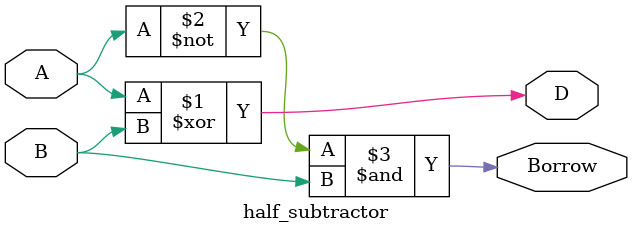
<source format=v>
module half_subtractor(
    input A, B,
    output D, Borrow
);
    assign D = A ^ B;
    assign Borrow = (~A) & B;
endmodule

</source>
